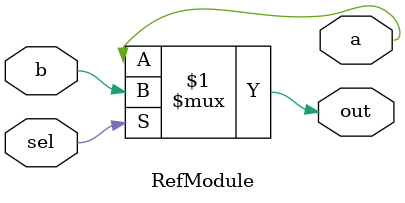
<source format=sv>

module RefModule (
  output a,
  input b,
  input sel,
  output out
);

  assign out = sel ? b : a;

endmodule


</source>
